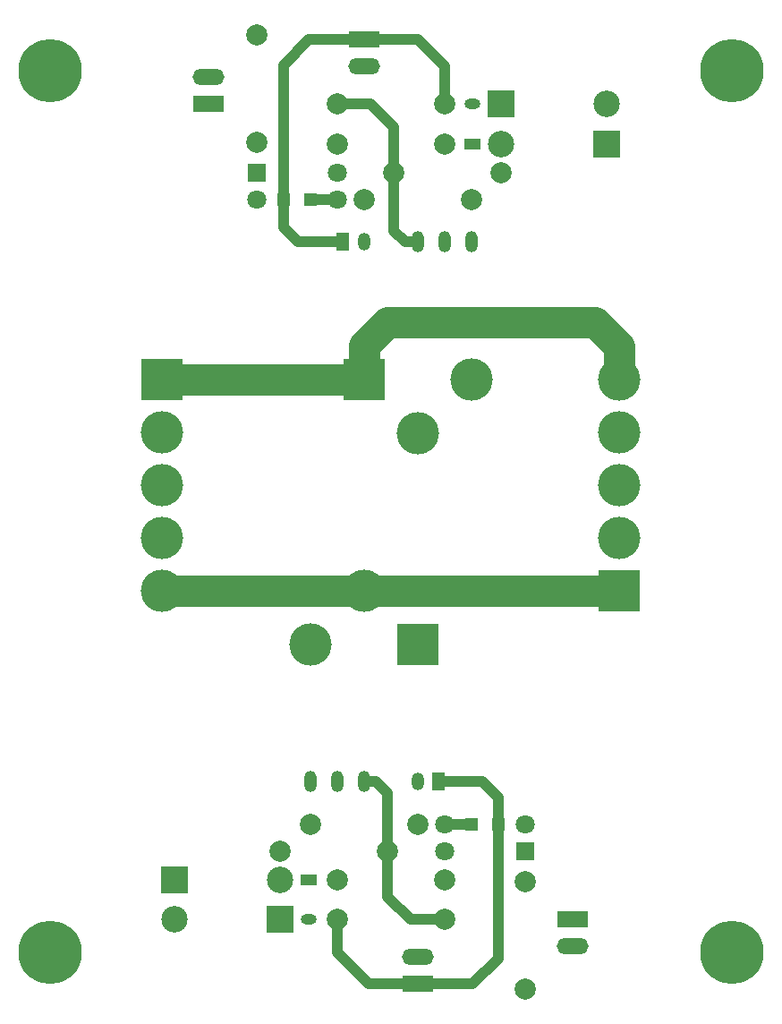
<source format=gbl>
G04*
G04 #@! TF.GenerationSoftware,Altium Limited,Altium Designer,23.9.2 (47)*
G04*
G04 Layer_Physical_Order=2*
G04 Layer_Color=16711680*
%FSLAX24Y24*%
%MOIN*%
G70*
G04*
G04 #@! TF.SameCoordinates,AAFFF98D-1960-493D-9132-569EA71A65ED*
G04*
G04*
G04 #@! TF.FilePolarity,Positive*
G04*
G01*
G75*
%ADD47C,0.0394*%
%ADD48C,0.1181*%
%ADD49R,0.0472X0.0669*%
%ADD50R,0.0984X0.0984*%
%ADD51O,0.0591X0.0394*%
%ADD52C,0.0787*%
%ADD53R,0.1181X0.0591*%
%ADD54O,0.0472X0.0669*%
%ADD55C,0.0709*%
%ADD56O,0.1181X0.0591*%
%ADD57R,0.1575X0.1575*%
%ADD58C,0.1575*%
%ADD59R,0.0591X0.0394*%
%ADD60O,0.0472X0.0787*%
%ADD61R,0.1575X0.1575*%
%ADD62C,0.0984*%
%ADD63R,0.0709X0.0709*%
%ADD64C,0.2362*%
%ADD65R,0.0492X0.0492*%
D47*
X16435Y8331D02*
X18059D01*
X18647Y7743D01*
Y6756D02*
Y7743D01*
X15647Y803D02*
X17707D01*
X18647Y1743D01*
Y6756D01*
X12647Y1993D02*
Y3197D01*
Y1993D02*
X13837Y803D01*
X15647D01*
X11184Y28441D02*
X12860D01*
X10647Y28978D02*
X11184Y28441D01*
X10647Y28978D02*
Y30016D01*
X11608Y35968D02*
X13647D01*
X10647Y35007D02*
X11608Y35968D01*
X10647Y30016D02*
Y35007D01*
X16647Y33575D02*
Y34978D01*
X15656Y35968D02*
X16647Y34978D01*
X13647Y35968D02*
X15656D01*
X16647Y6756D02*
X17647D01*
X16647Y6756D02*
X16647Y6756D01*
X12647Y30016D02*
X12647Y30016D01*
X11647Y30016D02*
X12647D01*
X15378Y3197D02*
X16647D01*
X14521Y4054D02*
X15378Y3197D01*
X14521Y4054D02*
Y5756D01*
X12647Y33575D02*
X13900D01*
X14773Y32702D01*
Y31016D02*
Y32702D01*
Y28852D02*
Y31016D01*
Y28852D02*
X15184Y28441D01*
X15647D01*
X14521Y5756D02*
Y7904D01*
X14094Y8331D02*
X14521Y7904D01*
X13647Y8331D02*
X14094D01*
D48*
X6135Y15449D02*
X23159D01*
X23159Y23323D02*
Y24537D01*
X22265Y25431D02*
X23159Y24537D01*
X14515Y25431D02*
X22265D01*
X13647Y24563D02*
X14515Y25431D01*
X13647Y23323D02*
Y24563D01*
X13647Y23323D02*
X13647Y23323D01*
X6135Y23323D02*
X13647D01*
X23159Y15449D02*
X23159Y15449D01*
D49*
X16435Y8331D02*
D03*
X12860Y28441D02*
D03*
D50*
X10521Y3197D02*
D03*
X18773Y33575D02*
D03*
X22710Y32079D02*
D03*
X6584Y4693D02*
D03*
D51*
X11584Y3197D02*
D03*
X17710Y33575D02*
D03*
D52*
X12647Y3197D02*
D03*
X16647Y33575D02*
D03*
X15647Y6756D02*
D03*
X12647Y33575D02*
D03*
X16647Y32079D02*
D03*
X12647D02*
D03*
X14773Y31016D02*
D03*
X18773D02*
D03*
X9647Y36157D02*
D03*
Y32157D02*
D03*
X19647Y614D02*
D03*
Y4614D02*
D03*
X17647Y30016D02*
D03*
X13647D02*
D03*
X16647Y3197D02*
D03*
X11647Y6756D02*
D03*
X12647Y4693D02*
D03*
X16647D02*
D03*
X14521Y5756D02*
D03*
X10521D02*
D03*
D53*
X15647Y803D02*
D03*
X13647Y35968D02*
D03*
X7876Y33575D02*
D03*
X21419Y3197D02*
D03*
D54*
X15647Y8331D02*
D03*
X13647Y28441D02*
D03*
D55*
X16647Y6756D02*
D03*
X9647Y30016D02*
D03*
X12647Y31016D02*
D03*
Y30016D02*
D03*
X19647Y6756D02*
D03*
X16647Y5756D02*
D03*
D56*
X15647Y1803D02*
D03*
X13647Y34969D02*
D03*
X7876Y34575D02*
D03*
X21419Y2197D02*
D03*
D57*
X15647Y13449D02*
D03*
X13647Y23323D02*
D03*
D58*
X15647Y21323D02*
D03*
X6135Y19386D02*
D03*
X23159Y19386D02*
D03*
X17647Y23323D02*
D03*
X11647Y13449D02*
D03*
X13647Y15449D02*
D03*
X23159Y17417D02*
D03*
Y21354D02*
D03*
Y23323D02*
D03*
X6135Y21354D02*
D03*
Y17417D02*
D03*
Y15449D02*
D03*
D59*
X17710Y32079D02*
D03*
X11584Y4693D02*
D03*
D60*
X15647Y28441D02*
D03*
X16647D02*
D03*
X17647D02*
D03*
X13647Y8331D02*
D03*
X12647D02*
D03*
X11647D02*
D03*
D61*
X23159Y15449D02*
D03*
X6135Y23323D02*
D03*
D62*
X22710Y33575D02*
D03*
X18773Y32079D02*
D03*
X6584Y3197D02*
D03*
X10521Y4693D02*
D03*
D63*
X9647Y31016D02*
D03*
X19647Y5756D02*
D03*
D64*
X1969Y34803D02*
D03*
X27362D02*
D03*
Y1969D02*
D03*
X1969D02*
D03*
D65*
X18647Y6756D02*
D03*
X10647Y30016D02*
D03*
X17647Y6756D02*
D03*
X11647Y30016D02*
D03*
M02*

</source>
